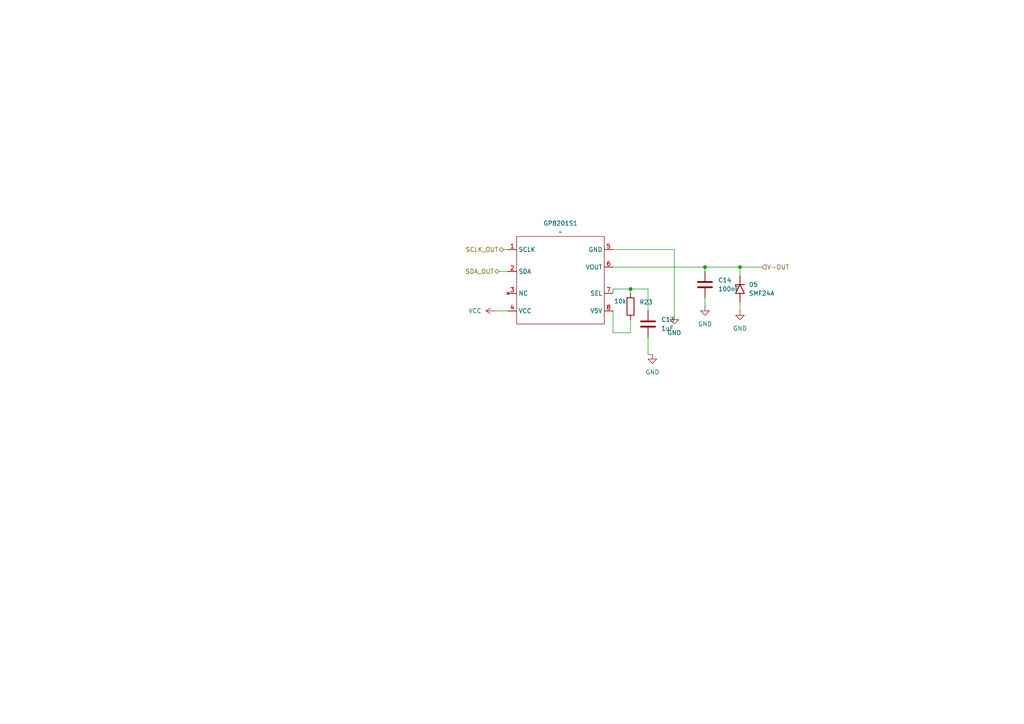
<source format=kicad_sch>
(kicad_sch
	(version 20250114)
	(generator "eeschema")
	(generator_version "9.0")
	(uuid "aadae60e-a2de-425f-bda7-316ebbb5319b")
	(paper "A4")
	(lib_symbols
		(symbol "DAC-GP8201S:GP8201S"
			(exclude_from_sim no)
			(in_bom yes)
			(on_board yes)
			(property "Reference" "GP8201S1"
				(at -1.27 16.51 0)
				(effects
					(font
						(size 1.27 1.27)
					)
				)
			)
			(property "Value" "~"
				(at -1.27 13.97 0)
				(effects
					(font
						(size 1.27 1.27)
					)
				)
			)
			(property "Footprint" "PCM_Package_SO_AKL:OnSemi_Micro8"
				(at 0 0 0)
				(effects
					(font
						(size 1.27 1.27)
					)
					(hide yes)
				)
			)
			(property "Datasheet" "https://www.lcsc.com/datasheet/C5240058.pdf"
				(at 0 0 0)
				(effects
					(font
						(size 1.27 1.27)
					)
					(hide yes)
				)
			)
			(property "Description" ""
				(at 0 0 0)
				(effects
					(font
						(size 1.27 1.27)
					)
					(hide yes)
				)
			)
			(symbol "GP8201S_0_1"
				(rectangle
					(start -13.97 12.7)
					(end 11.43 -12.7)
					(stroke
						(width 0)
						(type default)
					)
					(fill
						(type none)
					)
				)
			)
			(symbol "GP8201S_1_1"
				(pin input line
					(at -16.51 8.89 0)
					(length 2.54)
					(name "SCLK"
						(effects
							(font
								(size 1.27 1.27)
							)
						)
					)
					(number "1"
						(effects
							(font
								(size 1.27 1.27)
							)
						)
					)
				)
				(pin input line
					(at -16.51 2.54 0)
					(length 2.54)
					(name "SDA"
						(effects
							(font
								(size 1.27 1.27)
							)
						)
					)
					(number "2"
						(effects
							(font
								(size 1.27 1.27)
							)
						)
					)
				)
				(pin no_connect line
					(at -16.51 -3.81 0)
					(length 2.54)
					(name "NC"
						(effects
							(font
								(size 1.27 1.27)
							)
						)
					)
					(number "3"
						(effects
							(font
								(size 1.27 1.27)
							)
						)
					)
				)
				(pin input line
					(at -16.51 -8.89 0)
					(length 2.54)
					(name "VCC"
						(effects
							(font
								(size 1.27 1.27)
							)
						)
					)
					(number "4"
						(effects
							(font
								(size 1.27 1.27)
							)
						)
					)
				)
				(pin input line
					(at 13.97 8.89 180)
					(length 2.54)
					(name "GND"
						(effects
							(font
								(size 1.27 1.27)
							)
						)
					)
					(number "5"
						(effects
							(font
								(size 1.27 1.27)
							)
						)
					)
				)
				(pin input line
					(at 13.97 3.81 180)
					(length 2.54)
					(name "VOUT"
						(effects
							(font
								(size 1.27 1.27)
							)
						)
					)
					(number "6"
						(effects
							(font
								(size 1.27 1.27)
							)
						)
					)
				)
				(pin input line
					(at 13.97 -3.81 180)
					(length 2.54)
					(name "SEL"
						(effects
							(font
								(size 1.27 1.27)
							)
						)
					)
					(number "7"
						(effects
							(font
								(size 1.27 1.27)
							)
						)
					)
				)
				(pin input line
					(at 13.97 -8.89 180)
					(length 2.54)
					(name "V5V"
						(effects
							(font
								(size 1.27 1.27)
							)
						)
					)
					(number "8"
						(effects
							(font
								(size 1.27 1.27)
							)
						)
					)
				)
			)
			(embedded_fonts no)
		)
		(symbol "Diode:SMF24A"
			(pin_numbers
				(hide yes)
			)
			(pin_names
				(offset 1.016)
				(hide yes)
			)
			(exclude_from_sim no)
			(in_bom yes)
			(on_board yes)
			(property "Reference" "D"
				(at 0 2.54 0)
				(effects
					(font
						(size 1.27 1.27)
					)
				)
			)
			(property "Value" "SMF24A"
				(at 0 -2.54 0)
				(effects
					(font
						(size 1.27 1.27)
					)
				)
			)
			(property "Footprint" "Diode_SMD:D_SMF"
				(at 0 -5.08 0)
				(effects
					(font
						(size 1.27 1.27)
					)
					(hide yes)
				)
			)
			(property "Datasheet" "https://www.vishay.com/doc?85881"
				(at -1.27 0 0)
				(effects
					(font
						(size 1.27 1.27)
					)
					(hide yes)
				)
			)
			(property "Description" "200W unidirectional Transil Transient Voltage Suppressor, 24Vrwm, SMF"
				(at 0 0 0)
				(effects
					(font
						(size 1.27 1.27)
					)
					(hide yes)
				)
			)
			(property "ki_keywords" "diode TVS voltage suppressor"
				(at 0 0 0)
				(effects
					(font
						(size 1.27 1.27)
					)
					(hide yes)
				)
			)
			(property "ki_fp_filters" "D*SMF*"
				(at 0 0 0)
				(effects
					(font
						(size 1.27 1.27)
					)
					(hide yes)
				)
			)
			(symbol "SMF24A_0_1"
				(polyline
					(pts
						(xy -0.762 1.27) (xy -1.27 1.27) (xy -1.27 -1.27)
					)
					(stroke
						(width 0.254)
						(type default)
					)
					(fill
						(type none)
					)
				)
				(polyline
					(pts
						(xy 1.27 1.27) (xy 1.27 -1.27) (xy -1.27 0) (xy 1.27 1.27)
					)
					(stroke
						(width 0.254)
						(type default)
					)
					(fill
						(type none)
					)
				)
			)
			(symbol "SMF24A_1_1"
				(pin passive line
					(at -3.81 0 0)
					(length 2.54)
					(name "A1"
						(effects
							(font
								(size 1.27 1.27)
							)
						)
					)
					(number "1"
						(effects
							(font
								(size 1.27 1.27)
							)
						)
					)
				)
				(pin passive line
					(at 3.81 0 180)
					(length 2.54)
					(name "A2"
						(effects
							(font
								(size 1.27 1.27)
							)
						)
					)
					(number "2"
						(effects
							(font
								(size 1.27 1.27)
							)
						)
					)
				)
			)
			(embedded_fonts no)
		)
		(symbol "PCM_Capacitor_AKL:C_0603"
			(pin_numbers
				(hide yes)
			)
			(pin_names
				(offset 0.254)
			)
			(exclude_from_sim no)
			(in_bom yes)
			(on_board yes)
			(property "Reference" "C"
				(at 0.635 2.54 0)
				(effects
					(font
						(size 1.27 1.27)
					)
					(justify left)
				)
			)
			(property "Value" "C_0603"
				(at 0.635 -2.54 0)
				(effects
					(font
						(size 1.27 1.27)
					)
					(justify left)
				)
			)
			(property "Footprint" "PCM_Capacitor_SMD_AKL:C_0603_1608Metric"
				(at 0.9652 -3.81 0)
				(effects
					(font
						(size 1.27 1.27)
					)
					(hide yes)
				)
			)
			(property "Datasheet" "~"
				(at 0 0 0)
				(effects
					(font
						(size 1.27 1.27)
					)
					(hide yes)
				)
			)
			(property "Description" "SMD 0603 MLCC capacitor, Alternate KiCad Library"
				(at 0 0 0)
				(effects
					(font
						(size 1.27 1.27)
					)
					(hide yes)
				)
			)
			(property "ki_keywords" "cap capacitor ceramic chip mlcc smd 0603"
				(at 0 0 0)
				(effects
					(font
						(size 1.27 1.27)
					)
					(hide yes)
				)
			)
			(property "ki_fp_filters" "C_*"
				(at 0 0 0)
				(effects
					(font
						(size 1.27 1.27)
					)
					(hide yes)
				)
			)
			(symbol "C_0603_0_1"
				(polyline
					(pts
						(xy -2.032 0.762) (xy 2.032 0.762)
					)
					(stroke
						(width 0.508)
						(type default)
					)
					(fill
						(type none)
					)
				)
				(polyline
					(pts
						(xy -2.032 -0.762) (xy 2.032 -0.762)
					)
					(stroke
						(width 0.508)
						(type default)
					)
					(fill
						(type none)
					)
				)
			)
			(symbol "C_0603_0_2"
				(polyline
					(pts
						(xy -2.54 -2.54) (xy -0.381 -0.381)
					)
					(stroke
						(width 0)
						(type default)
					)
					(fill
						(type none)
					)
				)
				(polyline
					(pts
						(xy -0.508 -0.508) (xy -1.651 0.635)
					)
					(stroke
						(width 0.508)
						(type default)
					)
					(fill
						(type none)
					)
				)
				(polyline
					(pts
						(xy -0.508 -0.508) (xy 0.635 -1.651)
					)
					(stroke
						(width 0.508)
						(type default)
					)
					(fill
						(type none)
					)
				)
				(polyline
					(pts
						(xy 0.381 0.381) (xy 2.54 2.54)
					)
					(stroke
						(width 0)
						(type default)
					)
					(fill
						(type none)
					)
				)
				(polyline
					(pts
						(xy 0.508 0.508) (xy -0.635 1.651)
					)
					(stroke
						(width 0.508)
						(type default)
					)
					(fill
						(type none)
					)
				)
				(polyline
					(pts
						(xy 0.508 0.508) (xy 1.651 -0.635)
					)
					(stroke
						(width 0.508)
						(type default)
					)
					(fill
						(type none)
					)
				)
			)
			(symbol "C_0603_1_1"
				(pin passive line
					(at 0 3.81 270)
					(length 2.794)
					(name "~"
						(effects
							(font
								(size 1.27 1.27)
							)
						)
					)
					(number "1"
						(effects
							(font
								(size 1.27 1.27)
							)
						)
					)
				)
				(pin passive line
					(at 0 -3.81 90)
					(length 2.794)
					(name "~"
						(effects
							(font
								(size 1.27 1.27)
							)
						)
					)
					(number "2"
						(effects
							(font
								(size 1.27 1.27)
							)
						)
					)
				)
			)
			(symbol "C_0603_1_2"
				(pin passive line
					(at -2.54 -2.54 90)
					(length 0)
					(name "~"
						(effects
							(font
								(size 1.27 1.27)
							)
						)
					)
					(number "2"
						(effects
							(font
								(size 1.27 1.27)
							)
						)
					)
				)
				(pin passive line
					(at 2.54 2.54 270)
					(length 0)
					(name "~"
						(effects
							(font
								(size 1.27 1.27)
							)
						)
					)
					(number "1"
						(effects
							(font
								(size 1.27 1.27)
							)
						)
					)
				)
			)
			(embedded_fonts no)
		)
		(symbol "PCM_Resistor_AKL:R_0603"
			(pin_numbers
				(hide yes)
			)
			(pin_names
				(offset 0)
			)
			(exclude_from_sim no)
			(in_bom yes)
			(on_board yes)
			(property "Reference" "R"
				(at 2.54 1.27 0)
				(effects
					(font
						(size 1.27 1.27)
					)
					(justify left)
				)
			)
			(property "Value" "R_0603"
				(at 2.54 -1.27 0)
				(effects
					(font
						(size 1.27 1.27)
					)
					(justify left)
				)
			)
			(property "Footprint" "PCM_Resistor_SMD_AKL:R_0603_1608Metric"
				(at 0 -11.43 0)
				(effects
					(font
						(size 1.27 1.27)
					)
					(hide yes)
				)
			)
			(property "Datasheet" "~"
				(at 0 0 0)
				(effects
					(font
						(size 1.27 1.27)
					)
					(hide yes)
				)
			)
			(property "Description" "SMD 0603 Chip Resistor, European Symbol, Alternate KiCad Library"
				(at 0 0 0)
				(effects
					(font
						(size 1.27 1.27)
					)
					(hide yes)
				)
			)
			(property "ki_keywords" "R res resistor eu SMD 0603"
				(at 0 0 0)
				(effects
					(font
						(size 1.27 1.27)
					)
					(hide yes)
				)
			)
			(property "ki_fp_filters" "R_*"
				(at 0 0 0)
				(effects
					(font
						(size 1.27 1.27)
					)
					(hide yes)
				)
			)
			(symbol "R_0603_0_1"
				(rectangle
					(start -1.016 2.54)
					(end 1.016 -2.54)
					(stroke
						(width 0.254)
						(type default)
					)
					(fill
						(type none)
					)
				)
			)
			(symbol "R_0603_0_2"
				(polyline
					(pts
						(xy -2.54 -2.54) (xy -1.524 -1.524)
					)
					(stroke
						(width 0)
						(type default)
					)
					(fill
						(type none)
					)
				)
				(polyline
					(pts
						(xy 1.524 1.524) (xy 2.54 2.54)
					)
					(stroke
						(width 0)
						(type default)
					)
					(fill
						(type none)
					)
				)
				(polyline
					(pts
						(xy 1.524 1.524) (xy 0.889 2.159) (xy -2.159 -0.889) (xy -0.889 -2.159) (xy 2.159 0.889) (xy 1.524 1.524)
					)
					(stroke
						(width 0.254)
						(type default)
					)
					(fill
						(type none)
					)
				)
			)
			(symbol "R_0603_1_1"
				(pin passive line
					(at 0 3.81 270)
					(length 1.27)
					(name "~"
						(effects
							(font
								(size 1.27 1.27)
							)
						)
					)
					(number "1"
						(effects
							(font
								(size 1.27 1.27)
							)
						)
					)
				)
				(pin passive line
					(at 0 -3.81 90)
					(length 1.27)
					(name "~"
						(effects
							(font
								(size 1.27 1.27)
							)
						)
					)
					(number "2"
						(effects
							(font
								(size 1.27 1.27)
							)
						)
					)
				)
			)
			(symbol "R_0603_1_2"
				(pin passive line
					(at -2.54 -2.54 0)
					(length 0)
					(name ""
						(effects
							(font
								(size 1.27 1.27)
							)
						)
					)
					(number "2"
						(effects
							(font
								(size 1.27 1.27)
							)
						)
					)
				)
				(pin passive line
					(at 2.54 2.54 180)
					(length 0)
					(name ""
						(effects
							(font
								(size 1.27 1.27)
							)
						)
					)
					(number "1"
						(effects
							(font
								(size 1.27 1.27)
							)
						)
					)
				)
			)
			(embedded_fonts no)
		)
		(symbol "power:GND"
			(power)
			(pin_numbers
				(hide yes)
			)
			(pin_names
				(offset 0)
				(hide yes)
			)
			(exclude_from_sim no)
			(in_bom yes)
			(on_board yes)
			(property "Reference" "#PWR"
				(at 0 -6.35 0)
				(effects
					(font
						(size 1.27 1.27)
					)
					(hide yes)
				)
			)
			(property "Value" "GND"
				(at 0 -3.81 0)
				(effects
					(font
						(size 1.27 1.27)
					)
				)
			)
			(property "Footprint" ""
				(at 0 0 0)
				(effects
					(font
						(size 1.27 1.27)
					)
					(hide yes)
				)
			)
			(property "Datasheet" ""
				(at 0 0 0)
				(effects
					(font
						(size 1.27 1.27)
					)
					(hide yes)
				)
			)
			(property "Description" "Power symbol creates a global label with name \"GND\" , ground"
				(at 0 0 0)
				(effects
					(font
						(size 1.27 1.27)
					)
					(hide yes)
				)
			)
			(property "ki_keywords" "global power"
				(at 0 0 0)
				(effects
					(font
						(size 1.27 1.27)
					)
					(hide yes)
				)
			)
			(symbol "GND_0_1"
				(polyline
					(pts
						(xy 0 0) (xy 0 -1.27) (xy 1.27 -1.27) (xy 0 -2.54) (xy -1.27 -1.27) (xy 0 -1.27)
					)
					(stroke
						(width 0)
						(type default)
					)
					(fill
						(type none)
					)
				)
			)
			(symbol "GND_1_1"
				(pin power_in line
					(at 0 0 270)
					(length 0)
					(name "~"
						(effects
							(font
								(size 1.27 1.27)
							)
						)
					)
					(number "1"
						(effects
							(font
								(size 1.27 1.27)
							)
						)
					)
				)
			)
			(embedded_fonts no)
		)
		(symbol "power:VCC"
			(power)
			(pin_numbers
				(hide yes)
			)
			(pin_names
				(offset 0)
				(hide yes)
			)
			(exclude_from_sim no)
			(in_bom yes)
			(on_board yes)
			(property "Reference" "#PWR"
				(at 0 -3.81 0)
				(effects
					(font
						(size 1.27 1.27)
					)
					(hide yes)
				)
			)
			(property "Value" "VCC"
				(at 0 3.556 0)
				(effects
					(font
						(size 1.27 1.27)
					)
				)
			)
			(property "Footprint" ""
				(at 0 0 0)
				(effects
					(font
						(size 1.27 1.27)
					)
					(hide yes)
				)
			)
			(property "Datasheet" ""
				(at 0 0 0)
				(effects
					(font
						(size 1.27 1.27)
					)
					(hide yes)
				)
			)
			(property "Description" "Power symbol creates a global label with name \"VCC\""
				(at 0 0 0)
				(effects
					(font
						(size 1.27 1.27)
					)
					(hide yes)
				)
			)
			(property "ki_keywords" "global power"
				(at 0 0 0)
				(effects
					(font
						(size 1.27 1.27)
					)
					(hide yes)
				)
			)
			(symbol "VCC_0_1"
				(polyline
					(pts
						(xy -0.762 1.27) (xy 0 2.54)
					)
					(stroke
						(width 0)
						(type default)
					)
					(fill
						(type none)
					)
				)
				(polyline
					(pts
						(xy 0 2.54) (xy 0.762 1.27)
					)
					(stroke
						(width 0)
						(type default)
					)
					(fill
						(type none)
					)
				)
				(polyline
					(pts
						(xy 0 0) (xy 0 2.54)
					)
					(stroke
						(width 0)
						(type default)
					)
					(fill
						(type none)
					)
				)
			)
			(symbol "VCC_1_1"
				(pin power_in line
					(at 0 0 90)
					(length 0)
					(name "~"
						(effects
							(font
								(size 1.27 1.27)
							)
						)
					)
					(number "1"
						(effects
							(font
								(size 1.27 1.27)
							)
						)
					)
				)
			)
			(embedded_fonts no)
		)
	)
	(junction
		(at 182.88 83.82)
		(diameter 0)
		(color 0 0 0 0)
		(uuid "05e0fc15-6f82-44e5-ad53-54744fce3056")
	)
	(junction
		(at 214.63 77.47)
		(diameter 0)
		(color 0 0 0 0)
		(uuid "b4b6adc8-ef07-4d62-851a-1a87d955b71b")
	)
	(junction
		(at 204.47 77.47)
		(diameter 0)
		(color 0 0 0 0)
		(uuid "c617bc80-1bd3-4960-9c17-41d7f282f4b8")
	)
	(wire
		(pts
			(xy 182.88 83.82) (xy 182.88 85.09)
		)
		(stroke
			(width 0)
			(type default)
		)
		(uuid "0b770e81-2144-44b8-89e2-8465bb2a21d5")
	)
	(wire
		(pts
			(xy 204.47 77.47) (xy 214.63 77.47)
		)
		(stroke
			(width 0)
			(type default)
		)
		(uuid "1aead9a6-1b10-4fd2-b8fc-81bb9a70cd0a")
	)
	(wire
		(pts
			(xy 182.88 96.52) (xy 182.88 92.71)
		)
		(stroke
			(width 0)
			(type default)
		)
		(uuid "22309957-6951-4858-a4ba-424a240ab6a7")
	)
	(wire
		(pts
			(xy 204.47 78.74) (xy 204.47 77.47)
		)
		(stroke
			(width 0)
			(type default)
		)
		(uuid "2afbec30-c8c3-43b1-8afd-82635dbf19a7")
	)
	(wire
		(pts
			(xy 187.96 83.82) (xy 182.88 83.82)
		)
		(stroke
			(width 0)
			(type default)
		)
		(uuid "300a2978-83d4-4165-a879-30152036423b")
	)
	(wire
		(pts
			(xy 214.63 87.63) (xy 214.63 90.17)
		)
		(stroke
			(width 0)
			(type default)
		)
		(uuid "3121b984-bba7-4fcf-8f86-dc374084cad7")
	)
	(wire
		(pts
			(xy 143.51 90.17) (xy 147.32 90.17)
		)
		(stroke
			(width 0)
			(type default)
		)
		(uuid "351abc5b-3581-4792-b83f-1e75cbcfd24d")
	)
	(wire
		(pts
			(xy 195.58 91.44) (xy 195.58 72.39)
		)
		(stroke
			(width 0)
			(type default)
		)
		(uuid "4595e0f5-8841-4741-8345-a8fa83969cbe")
	)
	(wire
		(pts
			(xy 204.47 86.36) (xy 204.47 88.9)
		)
		(stroke
			(width 0)
			(type default)
		)
		(uuid "459e1be2-1e86-4d76-9f4f-1ffd913b4800")
	)
	(wire
		(pts
			(xy 177.8 83.82) (xy 182.88 83.82)
		)
		(stroke
			(width 0)
			(type default)
		)
		(uuid "46a2c8c2-910f-4fc7-89bf-4f413299e10f")
	)
	(wire
		(pts
			(xy 195.58 72.39) (xy 177.8 72.39)
		)
		(stroke
			(width 0)
			(type default)
		)
		(uuid "4b189167-7f1f-41c3-a443-e250eb54bbda")
	)
	(wire
		(pts
			(xy 187.96 97.79) (xy 187.96 102.87)
		)
		(stroke
			(width 0)
			(type default)
		)
		(uuid "4d4e9376-c390-4efa-a7b1-0076a8b4080d")
	)
	(wire
		(pts
			(xy 182.88 96.52) (xy 177.8 96.52)
		)
		(stroke
			(width 0)
			(type default)
		)
		(uuid "5219b790-2f13-4831-9ed3-a55d50313e30")
	)
	(wire
		(pts
			(xy 177.8 96.52) (xy 177.8 90.17)
		)
		(stroke
			(width 0)
			(type default)
		)
		(uuid "586c533e-588a-4d32-a3fa-8b855f0b844a")
	)
	(wire
		(pts
			(xy 214.63 80.01) (xy 214.63 77.47)
		)
		(stroke
			(width 0)
			(type default)
		)
		(uuid "6c5a2c62-ac21-4cd0-9fbb-27ef7db31ec9")
	)
	(wire
		(pts
			(xy 144.78 78.74) (xy 147.32 78.74)
		)
		(stroke
			(width 0)
			(type default)
		)
		(uuid "6d9bafdf-21a8-44dd-90cc-15038b7e146b")
	)
	(wire
		(pts
			(xy 214.63 77.47) (xy 220.98 77.47)
		)
		(stroke
			(width 0)
			(type default)
		)
		(uuid "81f50e08-771a-476d-a20e-50693749dccb")
	)
	(wire
		(pts
			(xy 146.05 72.39) (xy 147.32 72.39)
		)
		(stroke
			(width 0)
			(type default)
		)
		(uuid "842ec28f-7a22-41c9-9fa5-8c8c05176f89")
	)
	(wire
		(pts
			(xy 177.8 83.82) (xy 177.8 85.09)
		)
		(stroke
			(width 0)
			(type default)
		)
		(uuid "97da66f5-ed96-49fc-a373-1c3f4c46af68")
	)
	(wire
		(pts
			(xy 187.96 90.17) (xy 187.96 83.82)
		)
		(stroke
			(width 0)
			(type default)
		)
		(uuid "d51c1074-05bf-4dcb-9f6d-628bd71c75c9")
	)
	(wire
		(pts
			(xy 177.8 77.47) (xy 204.47 77.47)
		)
		(stroke
			(width 0)
			(type default)
		)
		(uuid "ef07f37f-15e4-4afc-8802-3d5dc04cc8ad")
	)
	(wire
		(pts
			(xy 187.96 102.87) (xy 189.23 102.87)
		)
		(stroke
			(width 0)
			(type default)
		)
		(uuid "f815ea7a-53e6-4c1e-b500-be1bc7a5e642")
	)
	(hierarchical_label "SDA_OUT"
		(shape bidirectional)
		(at 144.78 78.74 180)
		(effects
			(font
				(size 1.27 1.27)
			)
			(justify right)
		)
		(uuid "b6eb5aaa-ffed-466b-9d82-e193a2b41108")
	)
	(hierarchical_label "V-OUT"
		(shape input)
		(at 220.98 77.47 0)
		(effects
			(font
				(size 1.27 1.27)
			)
			(justify left)
		)
		(uuid "c5f77c2e-5e0b-45bc-b036-5e58432625ef")
	)
	(hierarchical_label "SCLK_OUT"
		(shape bidirectional)
		(at 146.05 72.39 180)
		(effects
			(font
				(size 1.27 1.27)
			)
			(justify right)
		)
		(uuid "ed5be344-28f4-4684-99cf-69852368aa9c")
	)
	(symbol
		(lib_id "power:GND")
		(at 189.23 102.87 0)
		(unit 1)
		(exclude_from_sim no)
		(in_bom yes)
		(on_board yes)
		(dnp no)
		(fields_autoplaced yes)
		(uuid "09c20843-a40c-4101-ad5b-fccd6bf0603a")
		(property "Reference" "#PWR051"
			(at 189.23 109.22 0)
			(effects
				(font
					(size 1.27 1.27)
				)
				(hide yes)
			)
		)
		(property "Value" "GND"
			(at 189.23 107.95 0)
			(effects
				(font
					(size 1.27 1.27)
				)
			)
		)
		(property "Footprint" ""
			(at 189.23 102.87 0)
			(effects
				(font
					(size 1.27 1.27)
				)
				(hide yes)
			)
		)
		(property "Datasheet" ""
			(at 189.23 102.87 0)
			(effects
				(font
					(size 1.27 1.27)
				)
				(hide yes)
			)
		)
		(property "Description" "Power symbol creates a global label with name \"GND\" , ground"
			(at 189.23 102.87 0)
			(effects
				(font
					(size 1.27 1.27)
				)
				(hide yes)
			)
		)
		(pin "1"
			(uuid "c3adfb38-e6fd-4d95-ba53-61745a4a8eb3")
		)
		(instances
			(project "PCB2"
				(path "/65bd0161-ef9e-46bf-8f53-5e79265dec38/b9169cbc-15eb-4442-a6f5-930282d069c3/db34ad94-d010-48be-978f-03c1aeca8e08"
					(reference "#PWR051")
					(unit 1)
				)
			)
		)
	)
	(symbol
		(lib_id "PCM_Capacitor_AKL:C_0603")
		(at 187.96 93.98 0)
		(unit 1)
		(exclude_from_sim no)
		(in_bom yes)
		(on_board yes)
		(dnp no)
		(fields_autoplaced yes)
		(uuid "13441062-96d9-448d-a273-a2a76ba579f5")
		(property "Reference" "C13"
			(at 191.77 92.7099 0)
			(effects
				(font
					(size 1.27 1.27)
				)
				(justify left)
			)
		)
		(property "Value" "1uF"
			(at 191.77 95.2499 0)
			(effects
				(font
					(size 1.27 1.27)
				)
				(justify left)
			)
		)
		(property "Footprint" "PCM_Capacitor_SMD_AKL:C_0603_1608Metric"
			(at 188.9252 97.79 0)
			(effects
				(font
					(size 1.27 1.27)
				)
				(hide yes)
			)
		)
		(property "Datasheet" "~"
			(at 187.96 93.98 0)
			(effects
				(font
					(size 1.27 1.27)
				)
				(hide yes)
			)
		)
		(property "Description" "SMD 0603 MLCC capacitor, Alternate KiCad Library"
			(at 187.96 93.98 0)
			(effects
				(font
					(size 1.27 1.27)
				)
				(hide yes)
			)
		)
		(pin "2"
			(uuid "b56a6260-055e-4979-ab42-3f06e7f06c69")
		)
		(pin "1"
			(uuid "337b624e-456d-420a-8f0c-6c1a9f6ac79d")
		)
		(instances
			(project ""
				(path "/65bd0161-ef9e-46bf-8f53-5e79265dec38/b9169cbc-15eb-4442-a6f5-930282d069c3/db34ad94-d010-48be-978f-03c1aeca8e08"
					(reference "C13")
					(unit 1)
				)
			)
		)
	)
	(symbol
		(lib_id "DAC-GP8201S:GP8201S")
		(at 163.83 81.28 0)
		(unit 1)
		(exclude_from_sim no)
		(in_bom yes)
		(on_board yes)
		(dnp no)
		(fields_autoplaced yes)
		(uuid "4221d141-f961-4ae9-a8a8-4c9260be25f7")
		(property "Reference" "GP8201S1"
			(at 162.56 64.77 0)
			(effects
				(font
					(size 1.27 1.27)
				)
			)
		)
		(property "Value" "~"
			(at 162.56 67.31 0)
			(effects
				(font
					(size 1.27 1.27)
				)
			)
		)
		(property "Footprint" "PCM_Package_SO_AKL:OnSemi_Micro8"
			(at 163.83 81.28 0)
			(effects
				(font
					(size 1.27 1.27)
				)
				(hide yes)
			)
		)
		(property "Datasheet" "https://www.lcsc.com/datasheet/C5240058.pdf"
			(at 163.83 81.28 0)
			(effects
				(font
					(size 1.27 1.27)
				)
				(hide yes)
			)
		)
		(property "Description" ""
			(at 163.83 81.28 0)
			(effects
				(font
					(size 1.27 1.27)
				)
				(hide yes)
			)
		)
		(pin "4"
			(uuid "463e13d9-47c9-4685-8adb-8836039cff33")
		)
		(pin "6"
			(uuid "490dc9a4-2171-49d2-a210-1147e58fda97")
		)
		(pin "1"
			(uuid "b321847d-a791-40c5-a77b-60ef85c97962")
		)
		(pin "5"
			(uuid "9f908abe-eff2-456a-a288-2b531ce27bba")
		)
		(pin "3"
			(uuid "d8cc5a87-ef53-4a1f-9924-d018a7f2c8c3")
		)
		(pin "8"
			(uuid "63c02027-9c14-4dbc-8d87-9a1dee1e4b6f")
		)
		(pin "7"
			(uuid "d64319a3-f019-4187-9d03-d576d92fb567")
		)
		(pin "2"
			(uuid "8116c53c-d202-4b63-9d9b-40c2316321ce")
		)
		(instances
			(project "PCB2"
				(path "/65bd0161-ef9e-46bf-8f53-5e79265dec38/b9169cbc-15eb-4442-a6f5-930282d069c3/db34ad94-d010-48be-978f-03c1aeca8e08"
					(reference "GP8201S1")
					(unit 1)
				)
			)
		)
	)
	(symbol
		(lib_id "Diode:SMF24A")
		(at 214.63 83.82 90)
		(mirror x)
		(unit 1)
		(exclude_from_sim no)
		(in_bom yes)
		(on_board yes)
		(dnp no)
		(fields_autoplaced yes)
		(uuid "75236d0b-816b-476f-bcc9-885396ea4482")
		(property "Reference" "D5"
			(at 217.17 82.5499 90)
			(effects
				(font
					(size 1.27 1.27)
				)
				(justify right)
			)
		)
		(property "Value" "SMF24A"
			(at 217.17 85.0899 90)
			(effects
				(font
					(size 1.27 1.27)
				)
				(justify right)
			)
		)
		(property "Footprint" "Diode_SMD:D_SMF"
			(at 219.71 83.82 0)
			(effects
				(font
					(size 1.27 1.27)
				)
				(hide yes)
			)
		)
		(property "Datasheet" "https://www.vishay.com/doc?85881"
			(at 214.63 82.55 0)
			(effects
				(font
					(size 1.27 1.27)
				)
				(hide yes)
			)
		)
		(property "Description" "200W unidirectional Transil Transient Voltage Suppressor, 24Vrwm, SMF"
			(at 214.63 83.82 0)
			(effects
				(font
					(size 1.27 1.27)
				)
				(hide yes)
			)
		)
		(property "LCSC#" "C7495269"
			(at 214.63 83.82 90)
			(effects
				(font
					(size 1.27 1.27)
				)
				(hide yes)
			)
		)
		(pin "1"
			(uuid "54ce2b85-1cf5-47ea-a329-5c0e6ede6c5f")
		)
		(pin "2"
			(uuid "4f31ce93-22cb-4984-bd2e-b685c5f17f42")
		)
		(instances
			(project "PCB2"
				(path "/65bd0161-ef9e-46bf-8f53-5e79265dec38/b9169cbc-15eb-4442-a6f5-930282d069c3/db34ad94-d010-48be-978f-03c1aeca8e08"
					(reference "D5")
					(unit 1)
				)
			)
		)
	)
	(symbol
		(lib_id "PCM_Resistor_AKL:R_0603")
		(at 182.88 88.9 0)
		(unit 1)
		(exclude_from_sim no)
		(in_bom yes)
		(on_board yes)
		(dnp no)
		(uuid "79c21868-c592-4154-8313-85929ffc793e")
		(property "Reference" "R23"
			(at 185.42 87.6299 0)
			(effects
				(font
					(size 1.27 1.27)
				)
				(justify left)
			)
		)
		(property "Value" "10k"
			(at 178.054 87.376 0)
			(effects
				(font
					(size 1.27 1.27)
				)
				(justify left)
			)
		)
		(property "Footprint" "PCM_Resistor_SMD_AKL:R_0603_1608Metric"
			(at 182.88 100.33 0)
			(effects
				(font
					(size 1.27 1.27)
				)
				(hide yes)
			)
		)
		(property "Datasheet" "~"
			(at 182.88 88.9 0)
			(effects
				(font
					(size 1.27 1.27)
				)
				(hide yes)
			)
		)
		(property "Description" "SMD 0603 Chip Resistor, European Symbol, Alternate KiCad Library"
			(at 182.88 88.9 0)
			(effects
				(font
					(size 1.27 1.27)
				)
				(hide yes)
			)
		)
		(pin "1"
			(uuid "3d843d1d-8afb-4056-b4cf-ca2f3087420c")
		)
		(pin "2"
			(uuid "1972510f-a3f6-42da-92b9-1c4294431d45")
		)
		(instances
			(project ""
				(path "/65bd0161-ef9e-46bf-8f53-5e79265dec38/b9169cbc-15eb-4442-a6f5-930282d069c3/db34ad94-d010-48be-978f-03c1aeca8e08"
					(reference "R23")
					(unit 1)
				)
			)
		)
	)
	(symbol
		(lib_id "power:GND")
		(at 195.58 91.44 0)
		(unit 1)
		(exclude_from_sim no)
		(in_bom yes)
		(on_board yes)
		(dnp no)
		(fields_autoplaced yes)
		(uuid "9383e672-d712-41a9-a6c8-790104a2808f")
		(property "Reference" "#PWR050"
			(at 195.58 97.79 0)
			(effects
				(font
					(size 1.27 1.27)
				)
				(hide yes)
			)
		)
		(property "Value" "GND"
			(at 195.58 96.52 0)
			(effects
				(font
					(size 1.27 1.27)
				)
			)
		)
		(property "Footprint" ""
			(at 195.58 91.44 0)
			(effects
				(font
					(size 1.27 1.27)
				)
				(hide yes)
			)
		)
		(property "Datasheet" ""
			(at 195.58 91.44 0)
			(effects
				(font
					(size 1.27 1.27)
				)
				(hide yes)
			)
		)
		(property "Description" "Power symbol creates a global label with name \"GND\" , ground"
			(at 195.58 91.44 0)
			(effects
				(font
					(size 1.27 1.27)
				)
				(hide yes)
			)
		)
		(pin "1"
			(uuid "8c4e5aa4-b0ea-47f2-95bd-29845cfa918e")
		)
		(instances
			(project ""
				(path "/65bd0161-ef9e-46bf-8f53-5e79265dec38/b9169cbc-15eb-4442-a6f5-930282d069c3/db34ad94-d010-48be-978f-03c1aeca8e08"
					(reference "#PWR050")
					(unit 1)
				)
			)
		)
	)
	(symbol
		(lib_id "PCM_Capacitor_AKL:C_0603")
		(at 204.47 82.55 0)
		(unit 1)
		(exclude_from_sim no)
		(in_bom yes)
		(on_board yes)
		(dnp no)
		(fields_autoplaced yes)
		(uuid "95442ec2-3741-4680-92e3-322611423f99")
		(property "Reference" "C14"
			(at 208.28 81.2799 0)
			(effects
				(font
					(size 1.27 1.27)
				)
				(justify left)
			)
		)
		(property "Value" "100nF"
			(at 208.28 83.8199 0)
			(effects
				(font
					(size 1.27 1.27)
				)
				(justify left)
			)
		)
		(property "Footprint" "PCM_Capacitor_SMD_AKL:C_0603_1608Metric"
			(at 205.4352 86.36 0)
			(effects
				(font
					(size 1.27 1.27)
				)
				(hide yes)
			)
		)
		(property "Datasheet" "~"
			(at 204.47 82.55 0)
			(effects
				(font
					(size 1.27 1.27)
				)
				(hide yes)
			)
		)
		(property "Description" "SMD 0603 MLCC capacitor, Alternate KiCad Library"
			(at 204.47 82.55 0)
			(effects
				(font
					(size 1.27 1.27)
				)
				(hide yes)
			)
		)
		(pin "1"
			(uuid "cff00d94-eee3-4c1c-bc40-8a50f0ecffcb")
		)
		(pin "2"
			(uuid "dac1aa89-98bc-4708-9efe-dbb6f83e0fac")
		)
		(instances
			(project ""
				(path "/65bd0161-ef9e-46bf-8f53-5e79265dec38/b9169cbc-15eb-4442-a6f5-930282d069c3/db34ad94-d010-48be-978f-03c1aeca8e08"
					(reference "C14")
					(unit 1)
				)
			)
		)
	)
	(symbol
		(lib_id "power:GND")
		(at 214.63 90.17 0)
		(unit 1)
		(exclude_from_sim no)
		(in_bom yes)
		(on_board yes)
		(dnp no)
		(fields_autoplaced yes)
		(uuid "9a4585e7-b32f-46b9-bdd3-2b94e594f950")
		(property "Reference" "#PWR053"
			(at 214.63 96.52 0)
			(effects
				(font
					(size 1.27 1.27)
				)
				(hide yes)
			)
		)
		(property "Value" "GND"
			(at 214.63 95.25 0)
			(effects
				(font
					(size 1.27 1.27)
				)
			)
		)
		(property "Footprint" ""
			(at 214.63 90.17 0)
			(effects
				(font
					(size 1.27 1.27)
				)
				(hide yes)
			)
		)
		(property "Datasheet" ""
			(at 214.63 90.17 0)
			(effects
				(font
					(size 1.27 1.27)
				)
				(hide yes)
			)
		)
		(property "Description" "Power symbol creates a global label with name \"GND\" , ground"
			(at 214.63 90.17 0)
			(effects
				(font
					(size 1.27 1.27)
				)
				(hide yes)
			)
		)
		(pin "1"
			(uuid "ed690bb0-88e9-40c9-ba6a-de085efc8ba2")
		)
		(instances
			(project "PCB2"
				(path "/65bd0161-ef9e-46bf-8f53-5e79265dec38/b9169cbc-15eb-4442-a6f5-930282d069c3/db34ad94-d010-48be-978f-03c1aeca8e08"
					(reference "#PWR053")
					(unit 1)
				)
			)
		)
	)
	(symbol
		(lib_id "power:VCC")
		(at 143.51 90.17 90)
		(unit 1)
		(exclude_from_sim no)
		(in_bom yes)
		(on_board yes)
		(dnp no)
		(fields_autoplaced yes)
		(uuid "bc842428-705f-46ea-a660-52dfe9e6f625")
		(property "Reference" "#PWR041"
			(at 147.32 90.17 0)
			(effects
				(font
					(size 1.27 1.27)
				)
				(hide yes)
			)
		)
		(property "Value" "VCC"
			(at 139.7 90.1699 90)
			(effects
				(font
					(size 1.27 1.27)
				)
				(justify left)
			)
		)
		(property "Footprint" ""
			(at 143.51 90.17 0)
			(effects
				(font
					(size 1.27 1.27)
				)
				(hide yes)
			)
		)
		(property "Datasheet" ""
			(at 143.51 90.17 0)
			(effects
				(font
					(size 1.27 1.27)
				)
				(hide yes)
			)
		)
		(property "Description" "Power symbol creates a global label with name \"VCC\""
			(at 143.51 90.17 0)
			(effects
				(font
					(size 1.27 1.27)
				)
				(hide yes)
			)
		)
		(pin "1"
			(uuid "11d871d7-76e1-4401-9a9e-3bd8346b587e")
		)
		(instances
			(project ""
				(path "/65bd0161-ef9e-46bf-8f53-5e79265dec38/b9169cbc-15eb-4442-a6f5-930282d069c3/db34ad94-d010-48be-978f-03c1aeca8e08"
					(reference "#PWR041")
					(unit 1)
				)
			)
		)
	)
	(symbol
		(lib_id "power:GND")
		(at 204.47 88.9 0)
		(unit 1)
		(exclude_from_sim no)
		(in_bom yes)
		(on_board yes)
		(dnp no)
		(fields_autoplaced yes)
		(uuid "ffc41b03-0905-44d5-960f-a8d3506e6a13")
		(property "Reference" "#PWR052"
			(at 204.47 95.25 0)
			(effects
				(font
					(size 1.27 1.27)
				)
				(hide yes)
			)
		)
		(property "Value" "GND"
			(at 204.47 93.98 0)
			(effects
				(font
					(size 1.27 1.27)
				)
			)
		)
		(property "Footprint" ""
			(at 204.47 88.9 0)
			(effects
				(font
					(size 1.27 1.27)
				)
				(hide yes)
			)
		)
		(property "Datasheet" ""
			(at 204.47 88.9 0)
			(effects
				(font
					(size 1.27 1.27)
				)
				(hide yes)
			)
		)
		(property "Description" "Power symbol creates a global label with name \"GND\" , ground"
			(at 204.47 88.9 0)
			(effects
				(font
					(size 1.27 1.27)
				)
				(hide yes)
			)
		)
		(pin "1"
			(uuid "f1022e01-2b53-4d15-91bb-057eac995f24")
		)
		(instances
			(project "PCB2"
				(path "/65bd0161-ef9e-46bf-8f53-5e79265dec38/b9169cbc-15eb-4442-a6f5-930282d069c3/db34ad94-d010-48be-978f-03c1aeca8e08"
					(reference "#PWR052")
					(unit 1)
				)
			)
		)
	)
)

</source>
